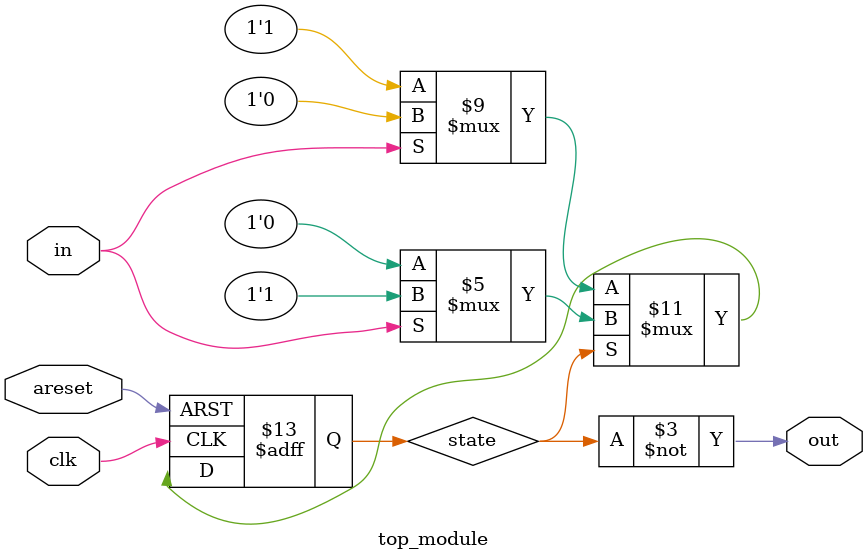
<source format=sv>
module top_module (
	input clk,
	input in,
	input areset,
	output out
);

	 reg state;
	 
	 always @(posedge clk, posedge areset)
	 begin
		if (areset)
			state <= 1'b0;
		else
		begin
			if (state == 1'b0) // State A
			begin
				if (in)
					state <= 1'b0; // Stay in A if 'in' is high
				else
					state <= 1'b1; // Transition to B if 'in' is low
			end
			else // State B
			begin
				if (in)
					state <= 1'b1; // Stay in B if 'in' is high
				else
					state <= 1'b0; // Transition to A if 'in' is low
			end
		end
	 end

	 assign out = ~state;

endmodule

</source>
